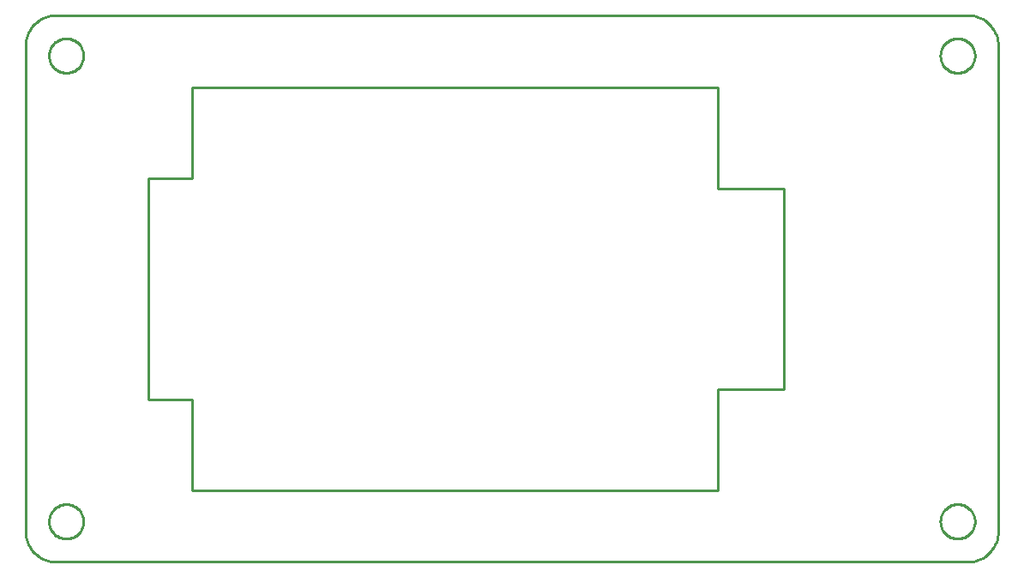
<source format=gbr>
G04 EAGLE Gerber RS-274X export*
G75*
%MOMM*%
%FSLAX34Y34*%
%LPD*%
%IN*%
%IPPOS*%
%AMOC8*
5,1,8,0,0,1.08239X$1,22.5*%
G01*
%ADD10C,0.254000*%


D10*
X96580Y102900D02*
X96694Y100285D01*
X97036Y97691D01*
X97602Y95135D01*
X98389Y92639D01*
X99391Y90221D01*
X100599Y87900D01*
X102005Y85693D01*
X103599Y83616D01*
X105367Y81687D01*
X107296Y79919D01*
X109373Y78325D01*
X111580Y76919D01*
X113901Y75711D01*
X116319Y74709D01*
X118815Y73922D01*
X121371Y73356D01*
X123965Y73014D01*
X126580Y72900D01*
X1026580Y72900D01*
X1029195Y73014D01*
X1031789Y73356D01*
X1034345Y73922D01*
X1036841Y74709D01*
X1039259Y75711D01*
X1041580Y76919D01*
X1043787Y78325D01*
X1045864Y79919D01*
X1047793Y81687D01*
X1049561Y83616D01*
X1051155Y85693D01*
X1052561Y87900D01*
X1053769Y90221D01*
X1054771Y92639D01*
X1055558Y95135D01*
X1056124Y97691D01*
X1056466Y100285D01*
X1056580Y102900D01*
X1056580Y582900D01*
X1056466Y585515D01*
X1056124Y588109D01*
X1055558Y590665D01*
X1054771Y593161D01*
X1053769Y595579D01*
X1052561Y597900D01*
X1051155Y600107D01*
X1049561Y602184D01*
X1047793Y604113D01*
X1045864Y605881D01*
X1043787Y607475D01*
X1041580Y608881D01*
X1039259Y610089D01*
X1036841Y611091D01*
X1034345Y611878D01*
X1031789Y612444D01*
X1029195Y612786D01*
X1026580Y612900D01*
X126580Y612900D01*
X123965Y612786D01*
X121371Y612444D01*
X118815Y611878D01*
X116319Y611091D01*
X113901Y610089D01*
X111580Y608881D01*
X109373Y607475D01*
X107296Y605881D01*
X105367Y604113D01*
X103599Y602184D01*
X102005Y600107D01*
X100599Y597900D01*
X99391Y595579D01*
X98389Y593161D01*
X97602Y590665D01*
X97036Y588109D01*
X96694Y585515D01*
X96580Y582900D01*
X96580Y102900D01*
X218038Y233375D02*
X261038Y233375D01*
X261038Y143375D01*
X780038Y143375D01*
X780038Y243375D01*
X845038Y243375D01*
X845038Y441375D01*
X780038Y441375D01*
X780038Y541375D01*
X261038Y541375D01*
X261038Y451375D01*
X218038Y451375D01*
X218038Y233375D01*
X1033580Y572343D02*
X1033580Y573457D01*
X1033507Y574567D01*
X1033362Y575671D01*
X1033145Y576762D01*
X1032857Y577837D01*
X1032499Y578891D01*
X1032073Y579920D01*
X1031581Y580918D01*
X1031024Y581882D01*
X1030406Y582807D01*
X1029728Y583690D01*
X1028994Y584527D01*
X1028207Y585314D01*
X1027370Y586048D01*
X1026487Y586726D01*
X1025562Y587344D01*
X1024598Y587901D01*
X1023600Y588393D01*
X1022571Y588819D01*
X1021517Y589177D01*
X1020442Y589465D01*
X1019351Y589682D01*
X1018247Y589827D01*
X1017137Y589900D01*
X1016023Y589900D01*
X1014913Y589827D01*
X1013809Y589682D01*
X1012718Y589465D01*
X1011643Y589177D01*
X1010589Y588819D01*
X1009560Y588393D01*
X1008562Y587901D01*
X1007598Y587344D01*
X1006673Y586726D01*
X1005790Y586048D01*
X1004953Y585314D01*
X1004166Y584527D01*
X1003432Y583690D01*
X1002754Y582807D01*
X1002136Y581882D01*
X1001579Y580918D01*
X1001087Y579920D01*
X1000661Y578891D01*
X1000303Y577837D01*
X1000015Y576762D01*
X999798Y575671D01*
X999653Y574567D01*
X999580Y573457D01*
X999580Y572343D01*
X999653Y571233D01*
X999798Y570129D01*
X1000015Y569038D01*
X1000303Y567963D01*
X1000661Y566909D01*
X1001087Y565880D01*
X1001579Y564882D01*
X1002136Y563918D01*
X1002754Y562993D01*
X1003432Y562110D01*
X1004166Y561273D01*
X1004953Y560486D01*
X1005790Y559752D01*
X1006673Y559074D01*
X1007598Y558456D01*
X1008562Y557899D01*
X1009560Y557407D01*
X1010589Y556981D01*
X1011643Y556623D01*
X1012718Y556335D01*
X1013809Y556118D01*
X1014913Y555973D01*
X1016023Y555900D01*
X1017137Y555900D01*
X1018247Y555973D01*
X1019351Y556118D01*
X1020442Y556335D01*
X1021517Y556623D01*
X1022571Y556981D01*
X1023600Y557407D01*
X1024598Y557899D01*
X1025562Y558456D01*
X1026487Y559074D01*
X1027370Y559752D01*
X1028207Y560486D01*
X1028994Y561273D01*
X1029728Y562110D01*
X1030406Y562993D01*
X1031024Y563918D01*
X1031581Y564882D01*
X1032073Y565880D01*
X1032499Y566909D01*
X1032857Y567963D01*
X1033145Y569038D01*
X1033362Y570129D01*
X1033507Y571233D01*
X1033580Y572343D01*
X153580Y112343D02*
X153580Y113457D01*
X153507Y114567D01*
X153362Y115671D01*
X153145Y116762D01*
X152857Y117837D01*
X152499Y118891D01*
X152073Y119920D01*
X151581Y120918D01*
X151024Y121882D01*
X150406Y122807D01*
X149728Y123690D01*
X148994Y124527D01*
X148207Y125314D01*
X147370Y126048D01*
X146487Y126726D01*
X145562Y127344D01*
X144598Y127901D01*
X143600Y128393D01*
X142571Y128819D01*
X141517Y129177D01*
X140442Y129465D01*
X139351Y129682D01*
X138247Y129827D01*
X137137Y129900D01*
X136023Y129900D01*
X134913Y129827D01*
X133809Y129682D01*
X132718Y129465D01*
X131643Y129177D01*
X130589Y128819D01*
X129560Y128393D01*
X128562Y127901D01*
X127598Y127344D01*
X126673Y126726D01*
X125790Y126048D01*
X124953Y125314D01*
X124166Y124527D01*
X123432Y123690D01*
X122754Y122807D01*
X122136Y121882D01*
X121579Y120918D01*
X121087Y119920D01*
X120661Y118891D01*
X120303Y117837D01*
X120015Y116762D01*
X119798Y115671D01*
X119653Y114567D01*
X119580Y113457D01*
X119580Y112343D01*
X119653Y111233D01*
X119798Y110129D01*
X120015Y109038D01*
X120303Y107963D01*
X120661Y106909D01*
X121087Y105880D01*
X121579Y104882D01*
X122136Y103918D01*
X122754Y102993D01*
X123432Y102110D01*
X124166Y101273D01*
X124953Y100486D01*
X125790Y99752D01*
X126673Y99074D01*
X127598Y98456D01*
X128562Y97899D01*
X129560Y97407D01*
X130589Y96981D01*
X131643Y96623D01*
X132718Y96335D01*
X133809Y96118D01*
X134913Y95973D01*
X136023Y95900D01*
X137137Y95900D01*
X138247Y95973D01*
X139351Y96118D01*
X140442Y96335D01*
X141517Y96623D01*
X142571Y96981D01*
X143600Y97407D01*
X144598Y97899D01*
X145562Y98456D01*
X146487Y99074D01*
X147370Y99752D01*
X148207Y100486D01*
X148994Y101273D01*
X149728Y102110D01*
X150406Y102993D01*
X151024Y103918D01*
X151581Y104882D01*
X152073Y105880D01*
X152499Y106909D01*
X152857Y107963D01*
X153145Y109038D01*
X153362Y110129D01*
X153507Y111233D01*
X153580Y112343D01*
X153580Y572343D02*
X153580Y573457D01*
X153507Y574567D01*
X153362Y575671D01*
X153145Y576762D01*
X152857Y577837D01*
X152499Y578891D01*
X152073Y579920D01*
X151581Y580918D01*
X151024Y581882D01*
X150406Y582807D01*
X149728Y583690D01*
X148994Y584527D01*
X148207Y585314D01*
X147370Y586048D01*
X146487Y586726D01*
X145562Y587344D01*
X144598Y587901D01*
X143600Y588393D01*
X142571Y588819D01*
X141517Y589177D01*
X140442Y589465D01*
X139351Y589682D01*
X138247Y589827D01*
X137137Y589900D01*
X136023Y589900D01*
X134913Y589827D01*
X133809Y589682D01*
X132718Y589465D01*
X131643Y589177D01*
X130589Y588819D01*
X129560Y588393D01*
X128562Y587901D01*
X127598Y587344D01*
X126673Y586726D01*
X125790Y586048D01*
X124953Y585314D01*
X124166Y584527D01*
X123432Y583690D01*
X122754Y582807D01*
X122136Y581882D01*
X121579Y580918D01*
X121087Y579920D01*
X120661Y578891D01*
X120303Y577837D01*
X120015Y576762D01*
X119798Y575671D01*
X119653Y574567D01*
X119580Y573457D01*
X119580Y572343D01*
X119653Y571233D01*
X119798Y570129D01*
X120015Y569038D01*
X120303Y567963D01*
X120661Y566909D01*
X121087Y565880D01*
X121579Y564882D01*
X122136Y563918D01*
X122754Y562993D01*
X123432Y562110D01*
X124166Y561273D01*
X124953Y560486D01*
X125790Y559752D01*
X126673Y559074D01*
X127598Y558456D01*
X128562Y557899D01*
X129560Y557407D01*
X130589Y556981D01*
X131643Y556623D01*
X132718Y556335D01*
X133809Y556118D01*
X134913Y555973D01*
X136023Y555900D01*
X137137Y555900D01*
X138247Y555973D01*
X139351Y556118D01*
X140442Y556335D01*
X141517Y556623D01*
X142571Y556981D01*
X143600Y557407D01*
X144598Y557899D01*
X145562Y558456D01*
X146487Y559074D01*
X147370Y559752D01*
X148207Y560486D01*
X148994Y561273D01*
X149728Y562110D01*
X150406Y562993D01*
X151024Y563918D01*
X151581Y564882D01*
X152073Y565880D01*
X152499Y566909D01*
X152857Y567963D01*
X153145Y569038D01*
X153362Y570129D01*
X153507Y571233D01*
X153580Y572343D01*
X1033580Y112343D02*
X1033580Y113457D01*
X1033507Y114567D01*
X1033362Y115671D01*
X1033145Y116762D01*
X1032857Y117837D01*
X1032499Y118891D01*
X1032073Y119920D01*
X1031581Y120918D01*
X1031024Y121882D01*
X1030406Y122807D01*
X1029728Y123690D01*
X1028994Y124527D01*
X1028207Y125314D01*
X1027370Y126048D01*
X1026487Y126726D01*
X1025562Y127344D01*
X1024598Y127901D01*
X1023600Y128393D01*
X1022571Y128819D01*
X1021517Y129177D01*
X1020442Y129465D01*
X1019351Y129682D01*
X1018247Y129827D01*
X1017137Y129900D01*
X1016023Y129900D01*
X1014913Y129827D01*
X1013809Y129682D01*
X1012718Y129465D01*
X1011643Y129177D01*
X1010589Y128819D01*
X1009560Y128393D01*
X1008562Y127901D01*
X1007598Y127344D01*
X1006673Y126726D01*
X1005790Y126048D01*
X1004953Y125314D01*
X1004166Y124527D01*
X1003432Y123690D01*
X1002754Y122807D01*
X1002136Y121882D01*
X1001579Y120918D01*
X1001087Y119920D01*
X1000661Y118891D01*
X1000303Y117837D01*
X1000015Y116762D01*
X999798Y115671D01*
X999653Y114567D01*
X999580Y113457D01*
X999580Y112343D01*
X999653Y111233D01*
X999798Y110129D01*
X1000015Y109038D01*
X1000303Y107963D01*
X1000661Y106909D01*
X1001087Y105880D01*
X1001579Y104882D01*
X1002136Y103918D01*
X1002754Y102993D01*
X1003432Y102110D01*
X1004166Y101273D01*
X1004953Y100486D01*
X1005790Y99752D01*
X1006673Y99074D01*
X1007598Y98456D01*
X1008562Y97899D01*
X1009560Y97407D01*
X1010589Y96981D01*
X1011643Y96623D01*
X1012718Y96335D01*
X1013809Y96118D01*
X1014913Y95973D01*
X1016023Y95900D01*
X1017137Y95900D01*
X1018247Y95973D01*
X1019351Y96118D01*
X1020442Y96335D01*
X1021517Y96623D01*
X1022571Y96981D01*
X1023600Y97407D01*
X1024598Y97899D01*
X1025562Y98456D01*
X1026487Y99074D01*
X1027370Y99752D01*
X1028207Y100486D01*
X1028994Y101273D01*
X1029728Y102110D01*
X1030406Y102993D01*
X1031024Y103918D01*
X1031581Y104882D01*
X1032073Y105880D01*
X1032499Y106909D01*
X1032857Y107963D01*
X1033145Y109038D01*
X1033362Y110129D01*
X1033507Y111233D01*
X1033580Y112343D01*
M02*

</source>
